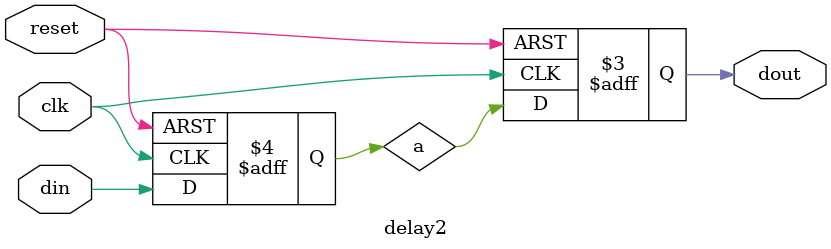
<source format=v>
`timescale 1ns / 1ps


module delay2(
    input clk,
    input reset,
    input din,
    output reg dout
    );
    reg a;
    initial begin
    a<=0;
    dout<=0;
    end
    always@(posedge clk or posedge reset)
    begin
       if(reset)
       begin
       a<=0;
       dout<=0;
       end
       else
       begin
        a<=din;
        dout<=a;
        end
    end
endmodule

</source>
